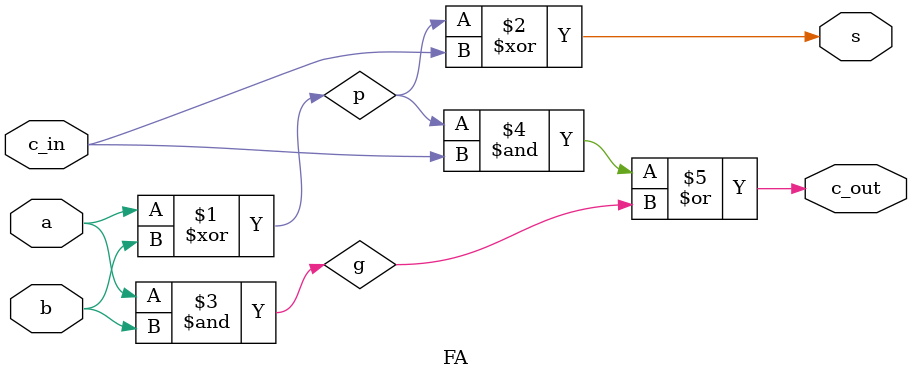
<source format=sv>
module FA(
  input logic a,
  input logic b,
  input logic c_in,
  
  output logic s,
  output logic c_out
);

logic g, p;

assign p = a ^ b;
assign s = p ^ c_in;
assign g = a & b;
assign c_out = (p & c_in) | g;

endmodule
</source>
